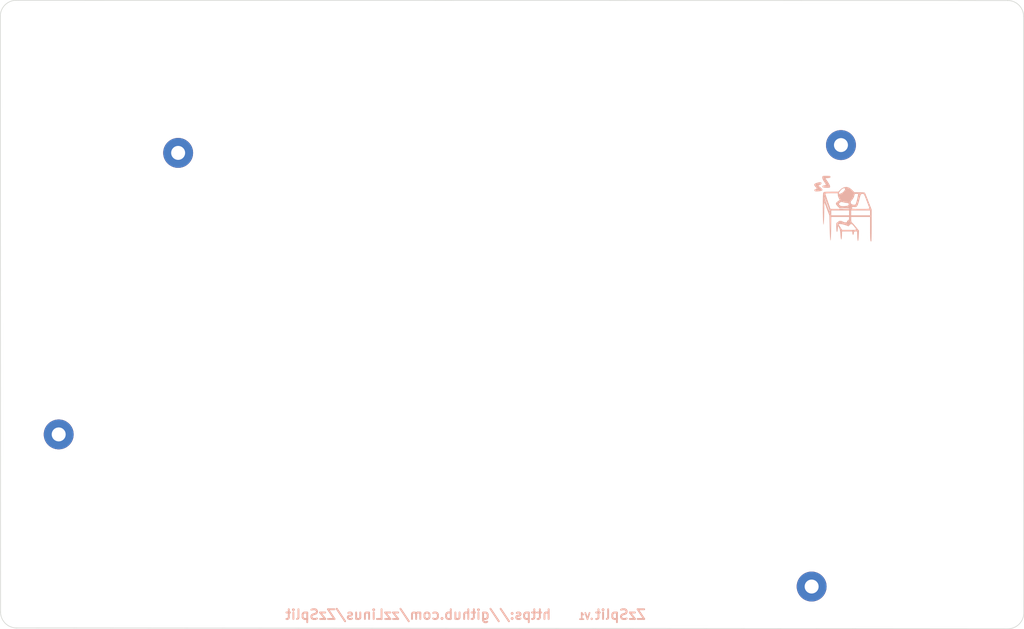
<source format=kicad_pcb>
(kicad_pcb (version 20211014) (generator pcbnew)
  (layers (0 "F.Cu" signal) (31 "B.Cu" signal) (34 "B.Paste" user) (35 "F.Paste" user) (36 "B.SilkS" user "B.Silkscreen") (37 "F.SilkS" user "F.Silkscreen") (38 "B.Mask" user) (39 "F.Mask" user) (44 "Edge.Cuts" user))
  (net 0 "")
  (footprint "SofleKeyboard-footprint:HOLE_M2_TH" (layer "F.Cu") (at 64.713729 107.406602)
    (fp_text reference "TH5" hide)
    (fp_text value "HOLE" hide)
    (pad "" thru_hole circle locked (at -0.025 -0.075 90) (size 4.7 4.7) (drill 2.2) (layers *.Cu *.Mask "Dwgs.User") (clearance 0.3))
  )
  (footprint "SofleKeyboard-footprint:HOLE_M2_TH" (layer "F.Cu") (at 183.103729 131.346602)
    (fp_text reference "TH5" hide)
    (fp_text value "HOLE" hide)
    (pad "" thru_hole circle locked (at -0.025 -0.075 90) (size 4.7 4.7) (drill 2.2) (layers *.Cu *.Mask "Dwgs.User") (clearance 0.3))
  )
  (footprint "SofleKeyboard-footprint:HOLE_M2_TH" (layer "F.Cu") (at 83.493729 63.106602)
    (fp_text reference "TH5" hide)
    (fp_text value "HOLE" hide)
    (pad "" thru_hole circle locked (at -0.025 -0.075 90) (size 4.7 4.7) (drill 2.2) (layers *.Cu *.Mask "Dwgs.User") (clearance 0.3))
  )
  (footprint "SofleKeyboard-footprint:HOLE_M2_TH" (layer "F.Cu") (at 187.713729 61.876602)
    (fp_text reference "TH5" hide)
    (fp_text value "HOLE" hide)
    (pad "" thru_hole circle locked (at -0.025 -0.075 90) (size 4.7 4.7) (drill 2.2) (layers *.Cu *.Mask "Dwgs.User") (clearance 0.3))
  )
  (footprint "logo:melogo" (layer "B.Cu") (at 188.538729 71.841602 180)
    (fp_text reference ".V1" (at 40.95 -64.11) (layer "B.SilkS") (effects (font (thickness 0.25)) (justify mirror)))
    (fp_text value "LOGO" hide)
    (fp_poly (pts (xy 3.455836 5.204695) (xy 3.646913 5.188828) (xy 3.743141 5.145973) (xy 3.781761 5.062703) (xy 3.795033 4.968198) (xy 3.762767 4.733185) (xy 3.611161 4.42931) (xy 3.519867 4.290131) (xy 3.362275 4.052856) (xy 3.252843 3.871924) (xy 3.217334 3.793464) (xy 3.291434 3.747233) (xy 3.471898 3.711678) (xy 3.4925 3.709531) (xy 3.691798 3.663059) (xy 3.764529 3.557851) (xy 3.767667 3.513666) (xy 3.748606 3.421135) (xy 3.666753 3.366263) (xy 3.485099 3.33609) (xy 3.213746 3.319699) (xy 2.921156 3.315601) (xy 2.699055 3.329017) (xy 2.599912 3.354977) (xy 2.544407 3.477504) (xy 2.57921 3.663618) (xy 2.711955 3.935458) (xy 2.910003 4.25428) (xy 3.280006 4.81762) (xy 2.888836 4.842977) (xy 2.644975 4.87089) (xy 2.528522 4.926809) (xy 2.497709 5.031525) (xy 2.497667 5.037666) (xy 2.512665 5.124245) (xy 2.581053 5.175043) (xy 2.737921 5.199421) (xy 3.018363 5.206734) (xy 3.132667 5.207)) (layer "B.SilkS") (width 0) (fill solid))
    (fp_poly (pts (xy 4.252698 4.195565) (xy 4.544558 4.134646) (xy 4.879146 4.022368) (xy 5.048686 3.884727) (xy 5.056409 3.715205) (xy 4.905549 3.507283) (xy 4.871855 3.474641) (xy 4.70334 3.294272) (xy 4.673693 3.186457) (xy 4.781384 3.129078) (xy 4.847167 3.117388) (xy 5.00645 3.033278) (xy 5.037667 2.921) (xy 4.988988 2.804631) (xy 4.830969 2.745613) (xy 4.54564 2.741166) (xy 4.149424 2.78369) (xy 3.874383 2.850876) (xy 3.758868 2.958848) (xy 3.802051 3.114705) (xy 4.003098 3.325546) (xy 4.078643 3.388253) (xy 4.279557 3.554462) (xy 4.361036 3.646537) (xy 4.337248 3.694381) (xy 4.237835 3.72427) (xy 4.034359 3.820999) (xy 3.919651 3.967846) (xy 3.924373 4.118103) (xy 3.953794 4.156994) (xy 4.059995 4.204553)) (layer "B.SilkS") (width 0) (fill solid))
    (fp_poly (pts (xy 0.304961 3.434152) (xy 0.700635 3.242919) (xy 0.939954 3.039379) (xy 1.27 2.709333) (xy 2.410021 2.709333) (xy 2.872488 2.707462) (xy 3.194293 2.699266) (xy 3.404089 2.680869) (xy 3.530532 2.648398) (xy 3.602273 2.597975) (xy 3.638991 2.54313) (xy 3.663394 2.415885) (xy 3.682485 2.152403) (xy 3.696467 1.778) (xy 3.705544 1.317991) (xy 3.709922 0.797692) (xy 3.709803 0.242418) (xy 3.705393 -0.322514) (xy 3.696895 -0.871789) (xy 3.684514 -1.380091) (xy 3.668453 -1.822105) (xy 3.648918 -2.172515) (xy 3.626112 -2.406005) (xy 3.600239 -2.49726) (xy 3.598334 -2.497667) (xy 3.567225 -2.414946) (xy 3.539707 -2.174519) (xy 3.516503 -1.787989) (xy 3.498338 -1.266959) (xy 3.487293 -0.719667) (xy 3.460918 1.058333) (xy 3.06617 0) (xy 2.671422 -1.058334) (xy 2.626878 -3.02708) (xy 2.606005 -3.751089) (xy 2.580765 -4.311238) (xy 2.552538 -4.706912) (xy 2.522701 -4.937497) (xy 2.492634 -5.002374) (xy 2.463715 -4.900931) (xy 2.437321 -4.632549) (xy 2.414833 -4.196615) (xy 2.397628 -3.592512) (xy 2.390214 -3.132771) (xy 2.367427 -1.27) (xy -0.423333 -1.27) (xy -0.423333 -1.514125) (xy -0.38143 -1.715205) (xy -0.243003 -1.805408) (xy -0.110924 -1.889682) (xy -0.113346 -1.984616) (xy -0.085115 -2.075544) (xy 0.053282 -2.11746) (xy 0.249743 -2.109762) (xy 0.452169 -2.051846) (xy 0.555318 -1.99236) (xy 0.767488 -1.894455) (xy 1.002559 -1.870437) (xy 1.19089 -1.922071) (xy 1.244626 -1.974885) (xy 1.378989 -2.099862) (xy 1.463817 -2.142834) (xy 1.536811 -2.18963) (xy 1.579461 -2.286911) (xy 1.597286 -2.469359) (xy 1.595805 -2.771654) (xy 1.590817 -2.940782) (xy 1.566131 -3.321877) (xy 1.526087 -3.561565) (xy 1.477186 -3.653935) (xy 1.425931 -3.593076) (xy 1.378826 -3.373076) (xy 1.354667 -3.155443) (xy 1.312334 -2.667) (xy 1.143 -2.963334) (xy 1.043666 -3.20094) (xy 0.976885 -3.525855) (xy 0.935172 -3.976284) (xy 0.931334 -4.043582) (xy 0.898119 -4.454037) (xy 0.854546 -4.717403) (xy 0.806533 -4.829457) (xy 0.760002 -4.785977) (xy 0.720873 -4.582742) (xy 0.695066 -4.215529) (xy 0.694939 -4.212167) (xy 0.670211 -3.556) (xy -0.920604 -3.556) (xy -0.947135 -3.831167) (xy -0.988026 -4.0186) (xy -1.051977 -4.105578) (xy -1.058333 -4.106334) (xy -1.123155 -4.032173) (xy -1.16733 -3.851586) (xy -1.169531 -3.831167) (xy -1.208126 -3.640151) (xy -1.306795 -3.566125) (xy -1.44152 -3.556) (xy -1.686979 -3.556) (xy -1.711323 -4.318469) (xy -1.731281 -4.668434) (xy -1.763497 -4.929355) (xy -1.803201 -5.067852) (xy -1.820333 -5.081499) (xy -1.86142 -5.002656) (xy -1.90089 -4.787747) (xy -1.933633 -4.470007) (xy -1.947333 -4.25553) (xy -1.989666 -3.429) (xy -1.817356 -3.214764) (xy -1.513681 -3.214764) (xy -1.442627 -3.274122) (xy -1.248135 -3.298814) (xy -0.91453 -3.303297) (xy -0.472949 -3.302) (xy 0.67237 -3.302) (xy 0.957256 -2.8575) (xy 1.242141 -2.413) (xy 0.992883 -2.385784) (xy 0.784726 -2.399807) (xy 0.487187 -2.463238) (xy 0.193192 -2.552887) (xy -0.35724 -2.747206) (xy -0.509691 -2.558936) (xy -0.670402 -2.409188) (xy -0.823969 -2.395238) (xy -1.001319 -2.523201) (xy -1.143 -2.684138) (xy -1.348191 -2.934229) (xy -1.476977 -3.106285) (xy -1.513681 -3.214764) (xy -1.817356 -3.214764) (xy -1.4898 -2.807508) (xy -1.259697 -2.53134) (xy -1.058681 -2.308018) (xy -0.91647 -2.16975) (xy -0.875967 -2.142283) (xy -0.796667 -2.023758) (xy -0.762974 -1.754558) (xy -0.762 -1.684275) (xy -0.762 -1.27) (xy -3.725333 -1.27) (xy -3.725333 -3.170003) (xy -3.727996 -3.83522) (xy -3.737003 -4.345963) (xy -3.753881 -4.717026) (xy -3.780157 -4.9632) (xy -3.817359 -5.099278) (xy -3.867012 -5.140052) (xy -3.925191 -5.105921) (xy -3.938977 -5.010579) (xy -3.951469 -4.767524) (xy -3.962203 -4.398373) (xy -3.970714 -3.924744) (xy -3.976538 -3.368255) (xy -3.979212 -2.750522) (xy -3.979333 -2.584793) (xy -3.979333 -1.016) (xy -3.725333 -1.016) (xy -0.762 -1.016) (xy -0.423333 -1.016) (xy 2.370667 -1.016) (xy 2.370667 -0.374555) (xy 2.624667 -0.374555) (xy 2.637044 -0.423976) (xy 2.677875 -0.369297) (xy 2.75271 -0.197333) (xy 2.867099 0.105098) (xy 3.026591 0.551178) (xy 3.087543 0.724935) (xy 3.228164 1.135563) (xy 3.342572 1.485973) (xy 3.421665 1.746958) (xy 3.456338 1.889309) (xy 3.455782 1.90644) (xy 3.42023 1.842009) (xy 3.341683 1.651434) (xy 3.232488 1.368605) (xy 3.104994 1.027411) (xy 2.971549 0.661741) (xy 2.844502 0.305486) (xy 2.736199 -0.007465) (xy 2.658991 -0.243222) (xy 2.625225 -0.367895) (xy 2.624667 -0.374555) (xy 2.370667 -0.374555) (xy 2.370667 -0.254) (xy -0.423333 -0.254) (xy -0.423333 -1.016) (xy -0.762 -1.016) (xy -0.762 -0.254) (xy -3.725333 -0.254) (xy -3.725333 -1.016) (xy -3.979333 -1.016) (xy -3.979333 -0.117808) (xy -3.896931 0.093574) (xy -3.614333 0.093574) (xy -3.578919 0.054278) (xy -3.477168 0.027789) (xy -3.286344 0.011619) (xy -2.98371 0.003277) (xy -2.546529 0.000276) (xy -2.252725 0) (xy -1.72019 0.00239) (xy -1.335614 0.010752) (xy -1.077673 0.026875) (xy -0.925045 0.052548) (xy -0.887358 0.072869) (xy -0.508 0.072869) (xy -0.427822 0.049468) (xy -0.205224 0.029252) (xy 0.132892 0.013513) (xy 0.559623 0.003546) (xy 0.994834 0.000579) (xy 2.497667 0.001159) (xy 2.900236 1.164746) (xy 3.043073 1.581835) (xy 3.163549 1.941692) (xy 3.251795 2.214208) (xy 3.297942 2.369272) (xy 3.302403 2.391833) (xy 3.223149 2.416834) (xy 3.00802 2.437201) (xy 2.690452 2.450754) (xy 2.328334 2.455333) (xy 1.354667 2.455333) (xy 1.354667 2.221179) (xy 1.313999 1.988159) (xy 1.214491 1.726878) (xy 1.198513 1.695859) (xy 1.04236 1.404694) (xy 1.296402 1.231514) (xy 1.551623 1.034267) (xy 1.657776 0.867686) (xy 1.619708 0.691832) (xy 1.442261 0.466766) (xy 1.395174 0.4172) (xy 1.058334 0.067981) (xy 0.275167 0.106859) (xy -0.065105 0.116468) (xy -0.330707 0.110109) (xy -0.484507 0.089394) (xy -0.508 0.072869) (xy -0.887358 0.072869) (xy -0.856406 0.089558) (xy -0.846666 0.117941) (xy -0.917684 0.252362) (xy -1.114788 0.299034) (xy -1.275366 0.282667) (xy -1.466712 0.276512) (xy -1.62082 0.351812) (xy -1.751359 0.528926) (xy -1.798283 0.645332) (xy -0.36168 0.645332) (xy -0.289556 0.544187) (xy -0.169333 0.49909) (xy 0.041569 0.462424) (xy 0.332789 0.437121) (xy 0.473711 0.431773) (xy 0.771943 0.445274) (xy 0.962218 0.510997) (xy 1.061038 0.595655) (xy 1.162315 0.724993) (xy 1.151523 0.821161) (xy 1.035992 0.948971) (xy 0.900437 1.060929) (xy 0.762297 1.086535) (xy 0.547085 1.03766) (xy 0.523509 1.030649) (xy 0.234229 0.964387) (xy -0.04094 0.931978) (xy -0.073323 0.931333) (xy -0.260839 0.907544) (xy -0.350672 0.849964) (xy -0.351366 0.846666) (xy -0.36168 0.645332) (xy -1.798283 0.645332) (xy -1.872003 0.828214) (xy -1.996423 1.270039) (xy -2.03007 1.406601) (xy -2.128447 1.806642) (xy -2.202591 2.071116) (xy -2.267183 2.229254) (xy -2.328958 2.301056) (xy -1.847393 2.301056) (xy -1.827329 2.156766) (xy -1.82542 2.149122) (xy -1.768719 1.895866) (xy -1.723814 1.662289) (xy -1.668779 1.412496) (xy -1.586859 1.109106) (xy -1.558072 1.01381) (xy -1.478422 0.783094) (xy -1.397022 0.675178) (xy -1.263996 0.650513) (xy -1.113841 0.661566) (xy -0.87857 0.709973) (xy -0.75223 0.82012) (xy -0.712175 0.908093) (xy -0.682475 1.063094) (xy -0.736631 1.208126) (xy -0.897123 1.400695) (xy -0.910122 1.414485) (xy -1.143781 1.750504) (xy -1.238444 2.037982) (xy -1.284848 2.252365) (xy -1.365057 2.346911) (xy -1.529927 2.370255) (xy -1.586333 2.370666) (xy -1.780797 2.359628) (xy -1.847393 2.301056) (xy -2.328958 2.301056) (xy -2.336904 2.310292) (xy -2.426437 2.34346) (xy -2.505648 2.353541) (xy -2.610148 2.358692) (xy -2.692607 2.333679) (xy -2.768762 2.253916) (xy -2.85435 2.09482) (xy -2.965107 1.831805) (xy -3.116772 1.440289) (xy -3.156017 1.337541) (xy -3.309093 0.935815) (xy -3.443334 0.582114) (xy -3.545504 0.31141) (xy -3.602367 0.158677) (xy -3.606148 0.148166) (xy -3.614333 0.093574) (xy -3.896931 0.093574) (xy -3.480292 1.162352) (xy -3.308222 1.600596) (xy -3.154669 1.985778) (xy -3.031301 2.289083) (xy -2.949787 2.481696) (xy -2.924962 2.533589) (xy -2.814607 2.577493) (xy -2.563264 2.608501) (xy -2.198987 2.623651) (xy -2.061784 2.624666) (xy -1.254896 2.624667) (xy -0.889871 3.00025) (xy -0.811586 3.062639) (xy 0.218748 3.062639) (xy 0.284733 2.901099) (xy 0.412827 2.736002) (xy 0.602418 2.57981) (xy 0.813875 2.453079) (xy 1.007569 2.376362) (xy 1.143869 2.370213) (xy 1.185017 2.434166) (xy 1.124667 2.605772) (xy 0.974981 2.824236) (xy 0.781069 3.033471) (xy 0.588044 3.177388) (xy 0.586683 3.178094) (xy 0.350894 3.261255) (xy 0.224903 3.2197) (xy 0.218748 3.062639) (xy -0.811586 3.062639) (xy -0.497871 3.312655) (xy -0.097068 3.457344)) (layer "B.SilkS") (width 0) (fill solid))
  )
  (gr_arc (start 213.918729 39.051603) (mid 215.680041 39.787361) (end 216.408748 41.551602) (layer "Edge.Cuts") (width 0.1))
  (gr_line (start 55.508729 41.521602) (end 55.548729 135.281602) (layer "Edge.Cuts") (width 0.1))
  (gr_line (start 58.008729 39.021602) (end 213.918729 39.051603) (layer "Edge.Cuts") (width 0.1))
  (gr_line (start 216.408748 41.551602) (end 216.438729 135.411602) (layer "Edge.Cuts") (width 0.1))
  (gr_line (start 213.918649 137.921582) (end 58.048729 137.781602) (layer "Edge.Cuts") (width 0.1))
  (gr_arc (start 58.048729 137.781602) (mid 56.280962 137.049369) (end 55.548729 135.281602) (layer "Edge.Cuts") (width 0.1))
  (gr_arc (start 216.438729 135.411602) (mid 215.7 137.19) (end 213.918649 137.921582) (layer "Edge.Cuts") (width 0.1))
  (gr_arc (start 55.508729 41.521602) (mid 56.240962 39.753835) (end 58.008729 39.021602) (layer "Edge.Cuts") (width 0.1))
  (gr_text "ZzSplit      https://github.com/zzLinus/ZzSplit" (at 128.658729 135.681602) (layer "B.SilkS") (effects (font (size 1.524 1.524) (thickness 0.3)) (justify mirror)))
)
</source>
